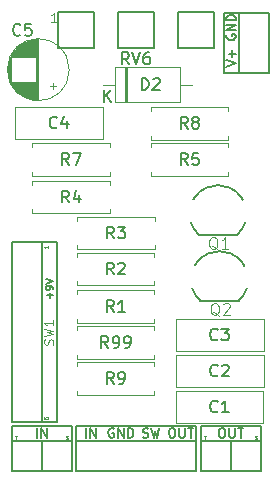
<source format=gbr>
%TF.GenerationSoftware,KiCad,Pcbnew,(5.99.0-2858-ga3fc028c9)*%
%TF.CreationDate,2020-08-19T12:09:39+03:00*%
%TF.ProjectId,leo-fuzz-box,6c656f2d-6675-47a7-9a2d-626f782e6b69,rev?*%
%TF.SameCoordinates,Original*%
%TF.FileFunction,Legend,Top*%
%TF.FilePolarity,Positive*%
%FSLAX46Y46*%
G04 Gerber Fmt 4.6, Leading zero omitted, Abs format (unit mm)*
G04 Created by KiCad (PCBNEW (5.99.0-2858-ga3fc028c9)) date 2020-08-19 12:09:39*
%MOMM*%
%LPD*%
G01*
G04 APERTURE LIST*
%ADD10C,0.150000*%
%ADD11C,0.100000*%
%ADD12C,0.065024*%
%ADD13C,0.032512*%
%ADD14C,0.097536*%
%ADD15C,0.020320*%
%ADD16C,0.120000*%
%ADD17C,0.152400*%
%ADD18C,0.127000*%
%ADD19O,2.200000X2.200000*%
%ADD20R,2.200000X2.200000*%
%ADD21C,1.600000*%
%ADD22R,1.600000X1.600000*%
%ADD23O,1.930400X1.930400*%
%ADD24R,1.930400X1.930400*%
%ADD25O,2.032000X2.032000*%
%ADD26R,2.032000X2.032000*%
%ADD27O,2.540000X2.540000*%
%ADD28R,2.540000X2.540000*%
%ADD29O,1.600000X1.600000*%
%ADD30C,1.800000*%
%ADD31R,1.800000X1.800000*%
G04 APERTURE END LIST*
D10*
X92194057Y-62137828D02*
X92194057Y-61680685D01*
X92422628Y-61909257D02*
X91965485Y-61909257D01*
X92422628Y-61366400D02*
X92422628Y-61252114D01*
X92394057Y-61194971D01*
X92365485Y-61166400D01*
X92279771Y-61109257D01*
X92165485Y-61080685D01*
X91936914Y-61080685D01*
X91879771Y-61109257D01*
X91851200Y-61137828D01*
X91822628Y-61194971D01*
X91822628Y-61309257D01*
X91851200Y-61366400D01*
X91879771Y-61394971D01*
X91936914Y-61423542D01*
X92079771Y-61423542D01*
X92136914Y-61394971D01*
X92165485Y-61366400D01*
X92194057Y-61309257D01*
X92194057Y-61194971D01*
X92165485Y-61137828D01*
X92136914Y-61109257D01*
X92079771Y-61080685D01*
X91822628Y-60909257D02*
X92422628Y-60709257D01*
X91822628Y-60509257D01*
%TO.C,D2*%
X99972904Y-44521380D02*
X99972904Y-43521380D01*
X100211000Y-43521380D01*
X100353857Y-43569000D01*
X100449095Y-43664238D01*
X100496714Y-43759476D01*
X100544333Y-43949952D01*
X100544333Y-44092809D01*
X100496714Y-44283285D01*
X100449095Y-44378523D01*
X100353857Y-44473761D01*
X100211000Y-44521380D01*
X99972904Y-44521380D01*
X100925285Y-43616619D02*
X100972904Y-43569000D01*
X101068142Y-43521380D01*
X101306238Y-43521380D01*
X101401476Y-43569000D01*
X101449095Y-43616619D01*
X101496714Y-43711857D01*
X101496714Y-43807095D01*
X101449095Y-43949952D01*
X100877666Y-44521380D01*
X101496714Y-44521380D01*
X96766095Y-45537380D02*
X96766095Y-44537380D01*
X97337523Y-45537380D02*
X96908952Y-44965952D01*
X97337523Y-44537380D02*
X96766095Y-45108809D01*
%TO.C,C5*%
X89698533Y-39828742D02*
X89650914Y-39876361D01*
X89508057Y-39923980D01*
X89412819Y-39923980D01*
X89269961Y-39876361D01*
X89174723Y-39781123D01*
X89127104Y-39685885D01*
X89079485Y-39495409D01*
X89079485Y-39352552D01*
X89127104Y-39162076D01*
X89174723Y-39066838D01*
X89269961Y-38971600D01*
X89412819Y-38923980D01*
X89508057Y-38923980D01*
X89650914Y-38971600D01*
X89698533Y-39019219D01*
X90603295Y-38923980D02*
X90127104Y-38923980D01*
X90079485Y-39400171D01*
X90127104Y-39352552D01*
X90222342Y-39304933D01*
X90460438Y-39304933D01*
X90555676Y-39352552D01*
X90603295Y-39400171D01*
X90650914Y-39495409D01*
X90650914Y-39733504D01*
X90603295Y-39828742D01*
X90555676Y-39876361D01*
X90460438Y-39923980D01*
X90222342Y-39923980D01*
X90127104Y-39876361D01*
X90079485Y-39828742D01*
%TO.C,C4*%
X92782733Y-47677342D02*
X92735114Y-47724961D01*
X92592257Y-47772580D01*
X92497019Y-47772580D01*
X92354161Y-47724961D01*
X92258923Y-47629723D01*
X92211304Y-47534485D01*
X92163685Y-47344009D01*
X92163685Y-47201152D01*
X92211304Y-47010676D01*
X92258923Y-46915438D01*
X92354161Y-46820200D01*
X92497019Y-46772580D01*
X92592257Y-46772580D01*
X92735114Y-46820200D01*
X92782733Y-46867819D01*
X93639876Y-47105914D02*
X93639876Y-47772580D01*
X93401780Y-46724961D02*
X93163685Y-47439247D01*
X93782733Y-47439247D01*
D11*
%TO.C,Q2*%
X106535761Y-63658619D02*
X106440523Y-63611000D01*
X106345285Y-63515761D01*
X106202428Y-63372904D01*
X106107190Y-63325285D01*
X106011952Y-63325285D01*
X106059571Y-63563380D02*
X105964333Y-63515761D01*
X105869095Y-63420523D01*
X105821476Y-63230047D01*
X105821476Y-62896714D01*
X105869095Y-62706238D01*
X105964333Y-62611000D01*
X106059571Y-62563380D01*
X106250047Y-62563380D01*
X106345285Y-62611000D01*
X106440523Y-62706238D01*
X106488142Y-62896714D01*
X106488142Y-63230047D01*
X106440523Y-63420523D01*
X106345285Y-63515761D01*
X106250047Y-63563380D01*
X106059571Y-63563380D01*
X106869095Y-62658619D02*
X106916714Y-62611000D01*
X107011952Y-62563380D01*
X107250047Y-62563380D01*
X107345285Y-62611000D01*
X107392904Y-62658619D01*
X107440523Y-62753857D01*
X107440523Y-62849095D01*
X107392904Y-62991952D01*
X106821476Y-63563380D01*
X107440523Y-63563380D01*
%TO.C,Q1*%
X106408761Y-58070619D02*
X106313523Y-58023000D01*
X106218285Y-57927761D01*
X106075428Y-57784904D01*
X105980190Y-57737285D01*
X105884952Y-57737285D01*
X105932571Y-57975380D02*
X105837333Y-57927761D01*
X105742095Y-57832523D01*
X105694476Y-57642047D01*
X105694476Y-57308714D01*
X105742095Y-57118238D01*
X105837333Y-57023000D01*
X105932571Y-56975380D01*
X106123047Y-56975380D01*
X106218285Y-57023000D01*
X106313523Y-57118238D01*
X106361142Y-57308714D01*
X106361142Y-57642047D01*
X106313523Y-57832523D01*
X106218285Y-57927761D01*
X106123047Y-57975380D01*
X105932571Y-57975380D01*
X107313523Y-57975380D02*
X106742095Y-57975380D01*
X107027809Y-57975380D02*
X107027809Y-56975380D01*
X106932571Y-57118238D01*
X106837333Y-57213476D01*
X106742095Y-57261095D01*
D12*
%TO.C,SW1*%
X92438340Y-66078946D02*
X92475110Y-65968638D01*
X92475110Y-65784790D01*
X92438340Y-65711251D01*
X92401571Y-65674481D01*
X92328032Y-65637712D01*
X92254493Y-65637712D01*
X92180954Y-65674481D01*
X92144184Y-65711251D01*
X92107415Y-65784790D01*
X92070645Y-65931868D01*
X92033876Y-66005407D01*
X91997106Y-66042177D01*
X91923567Y-66078946D01*
X91850028Y-66078946D01*
X91776489Y-66042177D01*
X91739720Y-66005407D01*
X91702950Y-65931868D01*
X91702950Y-65748020D01*
X91739720Y-65637712D01*
X91702950Y-65380325D02*
X92475110Y-65196478D01*
X91923567Y-65049400D01*
X92475110Y-64902321D01*
X91702950Y-64718474D01*
X92475110Y-64019853D02*
X92475110Y-64461087D01*
X92475110Y-64240470D02*
X91702950Y-64240470D01*
X91813259Y-64314009D01*
X91886798Y-64387548D01*
X91923567Y-64461087D01*
D13*
X91660375Y-72214860D02*
X91660375Y-72288400D01*
X91678760Y-72325169D01*
X91697144Y-72343554D01*
X91752299Y-72380323D01*
X91825838Y-72398708D01*
X91972916Y-72398708D01*
X92009685Y-72380323D01*
X92028070Y-72361939D01*
X92046455Y-72325169D01*
X92046455Y-72251630D01*
X92028070Y-72214860D01*
X92009685Y-72196476D01*
X91972916Y-72178091D01*
X91880992Y-72178091D01*
X91844222Y-72196476D01*
X91825838Y-72214860D01*
X91807453Y-72251630D01*
X91807453Y-72325169D01*
X91825838Y-72361939D01*
X91844222Y-72380323D01*
X91880992Y-72398708D01*
X92046455Y-57700091D02*
X92046455Y-57920708D01*
X92046455Y-57810400D02*
X91660375Y-57810400D01*
X91715529Y-57847169D01*
X91752299Y-57883939D01*
X91770683Y-57920708D01*
D10*
%TO.C,RV6*%
X98871161Y-42336980D02*
X98537828Y-41860790D01*
X98299733Y-42336980D02*
X98299733Y-41336980D01*
X98680685Y-41336980D01*
X98775923Y-41384600D01*
X98823542Y-41432219D01*
X98871161Y-41527457D01*
X98871161Y-41670314D01*
X98823542Y-41765552D01*
X98775923Y-41813171D01*
X98680685Y-41860790D01*
X98299733Y-41860790D01*
X99156876Y-41336980D02*
X99490209Y-42336980D01*
X99823542Y-41336980D01*
X100585447Y-41336980D02*
X100394971Y-41336980D01*
X100299733Y-41384600D01*
X100252114Y-41432219D01*
X100156876Y-41575076D01*
X100109257Y-41765552D01*
X100109257Y-42146504D01*
X100156876Y-42241742D01*
X100204495Y-42289361D01*
X100299733Y-42336980D01*
X100490209Y-42336980D01*
X100585447Y-42289361D01*
X100633066Y-42241742D01*
X100680685Y-42146504D01*
X100680685Y-41908409D01*
X100633066Y-41813171D01*
X100585447Y-41765552D01*
X100490209Y-41717933D01*
X100299733Y-41717933D01*
X100204495Y-41765552D01*
X100156876Y-41813171D01*
X100109257Y-41908409D01*
D14*
X92727417Y-38754110D02*
X92286182Y-38754110D01*
X92506800Y-38754110D02*
X92506800Y-37981950D01*
X92433260Y-38092259D01*
X92359721Y-38165798D01*
X92286182Y-38202567D01*
D10*
%TO.C,R99*%
X97121742Y-66365380D02*
X96788409Y-65889190D01*
X96550314Y-66365380D02*
X96550314Y-65365380D01*
X96931266Y-65365380D01*
X97026504Y-65413000D01*
X97074123Y-65460619D01*
X97121742Y-65555857D01*
X97121742Y-65698714D01*
X97074123Y-65793952D01*
X97026504Y-65841571D01*
X96931266Y-65889190D01*
X96550314Y-65889190D01*
X97597933Y-66365380D02*
X97788409Y-66365380D01*
X97883647Y-66317761D01*
X97931266Y-66270142D01*
X98026504Y-66127285D01*
X98074123Y-65936809D01*
X98074123Y-65555857D01*
X98026504Y-65460619D01*
X97978885Y-65413000D01*
X97883647Y-65365380D01*
X97693171Y-65365380D01*
X97597933Y-65413000D01*
X97550314Y-65460619D01*
X97502695Y-65555857D01*
X97502695Y-65793952D01*
X97550314Y-65889190D01*
X97597933Y-65936809D01*
X97693171Y-65984428D01*
X97883647Y-65984428D01*
X97978885Y-65936809D01*
X98026504Y-65889190D01*
X98074123Y-65793952D01*
X98550314Y-66365380D02*
X98740790Y-66365380D01*
X98836028Y-66317761D01*
X98883647Y-66270142D01*
X98978885Y-66127285D01*
X99026504Y-65936809D01*
X99026504Y-65555857D01*
X98978885Y-65460619D01*
X98931266Y-65413000D01*
X98836028Y-65365380D01*
X98645552Y-65365380D01*
X98550314Y-65413000D01*
X98502695Y-65460619D01*
X98455076Y-65555857D01*
X98455076Y-65793952D01*
X98502695Y-65889190D01*
X98550314Y-65936809D01*
X98645552Y-65984428D01*
X98836028Y-65984428D01*
X98931266Y-65936809D01*
X98978885Y-65889190D01*
X99026504Y-65793952D01*
%TO.C,R9*%
X97597933Y-69413380D02*
X97264600Y-68937190D01*
X97026504Y-69413380D02*
X97026504Y-68413380D01*
X97407457Y-68413380D01*
X97502695Y-68461000D01*
X97550314Y-68508619D01*
X97597933Y-68603857D01*
X97597933Y-68746714D01*
X97550314Y-68841952D01*
X97502695Y-68889571D01*
X97407457Y-68937190D01*
X97026504Y-68937190D01*
X98074123Y-69413380D02*
X98264600Y-69413380D01*
X98359838Y-69365761D01*
X98407457Y-69318142D01*
X98502695Y-69175285D01*
X98550314Y-68984809D01*
X98550314Y-68603857D01*
X98502695Y-68508619D01*
X98455076Y-68461000D01*
X98359838Y-68413380D01*
X98169361Y-68413380D01*
X98074123Y-68461000D01*
X98026504Y-68508619D01*
X97978885Y-68603857D01*
X97978885Y-68841952D01*
X98026504Y-68937190D01*
X98074123Y-68984809D01*
X98169361Y-69032428D01*
X98359838Y-69032428D01*
X98455076Y-68984809D01*
X98502695Y-68937190D01*
X98550314Y-68841952D01*
%TO.C,R8*%
X103846333Y-47797980D02*
X103513000Y-47321790D01*
X103274904Y-47797980D02*
X103274904Y-46797980D01*
X103655857Y-46797980D01*
X103751095Y-46845600D01*
X103798714Y-46893219D01*
X103846333Y-46988457D01*
X103846333Y-47131314D01*
X103798714Y-47226552D01*
X103751095Y-47274171D01*
X103655857Y-47321790D01*
X103274904Y-47321790D01*
X104417761Y-47226552D02*
X104322523Y-47178933D01*
X104274904Y-47131314D01*
X104227285Y-47036076D01*
X104227285Y-46988457D01*
X104274904Y-46893219D01*
X104322523Y-46845600D01*
X104417761Y-46797980D01*
X104608238Y-46797980D01*
X104703476Y-46845600D01*
X104751095Y-46893219D01*
X104798714Y-46988457D01*
X104798714Y-47036076D01*
X104751095Y-47131314D01*
X104703476Y-47178933D01*
X104608238Y-47226552D01*
X104417761Y-47226552D01*
X104322523Y-47274171D01*
X104274904Y-47321790D01*
X104227285Y-47417028D01*
X104227285Y-47607504D01*
X104274904Y-47702742D01*
X104322523Y-47750361D01*
X104417761Y-47797980D01*
X104608238Y-47797980D01*
X104703476Y-47750361D01*
X104751095Y-47702742D01*
X104798714Y-47607504D01*
X104798714Y-47417028D01*
X104751095Y-47321790D01*
X104703476Y-47274171D01*
X104608238Y-47226552D01*
%TO.C,R7*%
X93813333Y-50871380D02*
X93480000Y-50395190D01*
X93241904Y-50871380D02*
X93241904Y-49871380D01*
X93622857Y-49871380D01*
X93718095Y-49919000D01*
X93765714Y-49966619D01*
X93813333Y-50061857D01*
X93813333Y-50204714D01*
X93765714Y-50299952D01*
X93718095Y-50347571D01*
X93622857Y-50395190D01*
X93241904Y-50395190D01*
X94146666Y-49871380D02*
X94813333Y-49871380D01*
X94384761Y-50871380D01*
%TO.C,R5*%
X103846333Y-50871380D02*
X103513000Y-50395190D01*
X103274904Y-50871380D02*
X103274904Y-49871380D01*
X103655857Y-49871380D01*
X103751095Y-49919000D01*
X103798714Y-49966619D01*
X103846333Y-50061857D01*
X103846333Y-50204714D01*
X103798714Y-50299952D01*
X103751095Y-50347571D01*
X103655857Y-50395190D01*
X103274904Y-50395190D01*
X104751095Y-49871380D02*
X104274904Y-49871380D01*
X104227285Y-50347571D01*
X104274904Y-50299952D01*
X104370142Y-50252333D01*
X104608238Y-50252333D01*
X104703476Y-50299952D01*
X104751095Y-50347571D01*
X104798714Y-50442809D01*
X104798714Y-50680904D01*
X104751095Y-50776142D01*
X104703476Y-50823761D01*
X104608238Y-50871380D01*
X104370142Y-50871380D01*
X104274904Y-50823761D01*
X104227285Y-50776142D01*
%TO.C,R4*%
X93813333Y-54046380D02*
X93480000Y-53570190D01*
X93241904Y-54046380D02*
X93241904Y-53046380D01*
X93622857Y-53046380D01*
X93718095Y-53094000D01*
X93765714Y-53141619D01*
X93813333Y-53236857D01*
X93813333Y-53379714D01*
X93765714Y-53474952D01*
X93718095Y-53522571D01*
X93622857Y-53570190D01*
X93241904Y-53570190D01*
X94670476Y-53379714D02*
X94670476Y-54046380D01*
X94432380Y-52998761D02*
X94194285Y-53713047D01*
X94813333Y-53713047D01*
%TO.C,R3*%
X97623333Y-57094380D02*
X97290000Y-56618190D01*
X97051904Y-57094380D02*
X97051904Y-56094380D01*
X97432857Y-56094380D01*
X97528095Y-56142000D01*
X97575714Y-56189619D01*
X97623333Y-56284857D01*
X97623333Y-56427714D01*
X97575714Y-56522952D01*
X97528095Y-56570571D01*
X97432857Y-56618190D01*
X97051904Y-56618190D01*
X97956666Y-56094380D02*
X98575714Y-56094380D01*
X98242380Y-56475333D01*
X98385238Y-56475333D01*
X98480476Y-56522952D01*
X98528095Y-56570571D01*
X98575714Y-56665809D01*
X98575714Y-56903904D01*
X98528095Y-56999142D01*
X98480476Y-57046761D01*
X98385238Y-57094380D01*
X98099523Y-57094380D01*
X98004285Y-57046761D01*
X97956666Y-56999142D01*
%TO.C,R2*%
X97597933Y-60142380D02*
X97264600Y-59666190D01*
X97026504Y-60142380D02*
X97026504Y-59142380D01*
X97407457Y-59142380D01*
X97502695Y-59190000D01*
X97550314Y-59237619D01*
X97597933Y-59332857D01*
X97597933Y-59475714D01*
X97550314Y-59570952D01*
X97502695Y-59618571D01*
X97407457Y-59666190D01*
X97026504Y-59666190D01*
X97978885Y-59237619D02*
X98026504Y-59190000D01*
X98121742Y-59142380D01*
X98359838Y-59142380D01*
X98455076Y-59190000D01*
X98502695Y-59237619D01*
X98550314Y-59332857D01*
X98550314Y-59428095D01*
X98502695Y-59570952D01*
X97931266Y-60142380D01*
X98550314Y-60142380D01*
%TO.C,R1*%
X97597933Y-63317380D02*
X97264600Y-62841190D01*
X97026504Y-63317380D02*
X97026504Y-62317380D01*
X97407457Y-62317380D01*
X97502695Y-62365000D01*
X97550314Y-62412619D01*
X97597933Y-62507857D01*
X97597933Y-62650714D01*
X97550314Y-62745952D01*
X97502695Y-62793571D01*
X97407457Y-62841190D01*
X97026504Y-62841190D01*
X98550314Y-63317380D02*
X97978885Y-63317380D01*
X98264600Y-63317380D02*
X98264600Y-62317380D01*
X98169361Y-62460238D01*
X98074123Y-62555476D01*
X97978885Y-62603095D01*
%TO.C,J4*%
X107169000Y-39852523D02*
X107130904Y-39928714D01*
X107130904Y-40043000D01*
X107169000Y-40157285D01*
X107245190Y-40233476D01*
X107321380Y-40271571D01*
X107473761Y-40309666D01*
X107588047Y-40309666D01*
X107740428Y-40271571D01*
X107816619Y-40233476D01*
X107892809Y-40157285D01*
X107930904Y-40043000D01*
X107930904Y-39966809D01*
X107892809Y-39852523D01*
X107854714Y-39814428D01*
X107588047Y-39814428D01*
X107588047Y-39966809D01*
X107930904Y-39471571D02*
X107130904Y-39471571D01*
X107930904Y-39014428D01*
X107130904Y-39014428D01*
X107930904Y-38633476D02*
X107130904Y-38633476D01*
X107130904Y-38443000D01*
X107169000Y-38328714D01*
X107245190Y-38252523D01*
X107321380Y-38214428D01*
X107473761Y-38176333D01*
X107588047Y-38176333D01*
X107740428Y-38214428D01*
X107816619Y-38252523D01*
X107892809Y-38328714D01*
X107930904Y-38443000D01*
X107930904Y-38633476D01*
X107130904Y-42544904D02*
X107930904Y-42278238D01*
X107130904Y-42011571D01*
X107626142Y-41744904D02*
X107626142Y-41135380D01*
X107930904Y-41440142D02*
X107321380Y-41440142D01*
%TO.C,J3*%
X106692800Y-73145704D02*
X106845180Y-73145704D01*
X106921371Y-73183800D01*
X106997561Y-73259990D01*
X107035657Y-73412371D01*
X107035657Y-73679038D01*
X106997561Y-73831419D01*
X106921371Y-73907609D01*
X106845180Y-73945704D01*
X106692800Y-73945704D01*
X106616609Y-73907609D01*
X106540419Y-73831419D01*
X106502323Y-73679038D01*
X106502323Y-73412371D01*
X106540419Y-73259990D01*
X106616609Y-73183800D01*
X106692800Y-73145704D01*
X107378514Y-73145704D02*
X107378514Y-73793323D01*
X107416609Y-73869514D01*
X107454704Y-73907609D01*
X107530895Y-73945704D01*
X107683276Y-73945704D01*
X107759466Y-73907609D01*
X107797561Y-73869514D01*
X107835657Y-73793323D01*
X107835657Y-73145704D01*
X108102323Y-73145704D02*
X108559466Y-73145704D01*
X108330895Y-73945704D02*
X108330895Y-73145704D01*
D15*
X105264857Y-73832659D02*
X105402742Y-73832659D01*
X105333800Y-74073959D02*
X105333800Y-73832659D01*
X109582857Y-74062469D02*
X109617328Y-74073959D01*
X109674780Y-74073959D01*
X109697761Y-74062469D01*
X109709252Y-74050978D01*
X109720742Y-74027997D01*
X109720742Y-74005016D01*
X109709252Y-73982035D01*
X109697761Y-73970545D01*
X109674780Y-73959054D01*
X109628819Y-73947564D01*
X109605838Y-73936073D01*
X109594347Y-73924583D01*
X109582857Y-73901602D01*
X109582857Y-73878621D01*
X109594347Y-73855640D01*
X109605838Y-73844150D01*
X109628819Y-73832659D01*
X109686271Y-73832659D01*
X109720742Y-73844150D01*
D10*
%TO.C,J2*%
X102476400Y-73145704D02*
X102628780Y-73145704D01*
X102704971Y-73183800D01*
X102781161Y-73259990D01*
X102819257Y-73412371D01*
X102819257Y-73679038D01*
X102781161Y-73831419D01*
X102704971Y-73907609D01*
X102628780Y-73945704D01*
X102476400Y-73945704D01*
X102400209Y-73907609D01*
X102324019Y-73831419D01*
X102285923Y-73679038D01*
X102285923Y-73412371D01*
X102324019Y-73259990D01*
X102400209Y-73183800D01*
X102476400Y-73145704D01*
X103162114Y-73145704D02*
X103162114Y-73793323D01*
X103200209Y-73869514D01*
X103238304Y-73907609D01*
X103314495Y-73945704D01*
X103466876Y-73945704D01*
X103543066Y-73907609D01*
X103581161Y-73869514D01*
X103619257Y-73793323D01*
X103619257Y-73145704D01*
X103885923Y-73145704D02*
X104343066Y-73145704D01*
X104114495Y-73945704D02*
X104114495Y-73145704D01*
X100050685Y-73907609D02*
X100164971Y-73945704D01*
X100355447Y-73945704D01*
X100431638Y-73907609D01*
X100469733Y-73869514D01*
X100507828Y-73793323D01*
X100507828Y-73717133D01*
X100469733Y-73640942D01*
X100431638Y-73602847D01*
X100355447Y-73564752D01*
X100203066Y-73526657D01*
X100126876Y-73488561D01*
X100088780Y-73450466D01*
X100050685Y-73374276D01*
X100050685Y-73298085D01*
X100088780Y-73221895D01*
X100126876Y-73183800D01*
X100203066Y-73145704D01*
X100393542Y-73145704D01*
X100507828Y-73183800D01*
X100774495Y-73145704D02*
X100964971Y-73945704D01*
X101117352Y-73374276D01*
X101269733Y-73945704D01*
X101460209Y-73145704D01*
X97586876Y-73183800D02*
X97510685Y-73145704D01*
X97396400Y-73145704D01*
X97282114Y-73183800D01*
X97205923Y-73259990D01*
X97167828Y-73336180D01*
X97129733Y-73488561D01*
X97129733Y-73602847D01*
X97167828Y-73755228D01*
X97205923Y-73831419D01*
X97282114Y-73907609D01*
X97396400Y-73945704D01*
X97472590Y-73945704D01*
X97586876Y-73907609D01*
X97624971Y-73869514D01*
X97624971Y-73602847D01*
X97472590Y-73602847D01*
X97967828Y-73945704D02*
X97967828Y-73145704D01*
X98424971Y-73945704D01*
X98424971Y-73145704D01*
X98805923Y-73945704D02*
X98805923Y-73145704D01*
X98996400Y-73145704D01*
X99110685Y-73183800D01*
X99186876Y-73259990D01*
X99224971Y-73336180D01*
X99263066Y-73488561D01*
X99263066Y-73602847D01*
X99224971Y-73755228D01*
X99186876Y-73831419D01*
X99110685Y-73907609D01*
X98996400Y-73945704D01*
X98805923Y-73945704D01*
X95237352Y-73945704D02*
X95237352Y-73145704D01*
X95618304Y-73945704D02*
X95618304Y-73145704D01*
X96075447Y-73945704D01*
X96075447Y-73145704D01*
%TO.C,J1*%
X91071752Y-73945704D02*
X91071752Y-73145704D01*
X91452704Y-73945704D02*
X91452704Y-73145704D01*
X91909847Y-73945704D01*
X91909847Y-73145704D01*
D15*
X89262857Y-73832659D02*
X89400742Y-73832659D01*
X89331800Y-74073959D02*
X89331800Y-73832659D01*
X93580857Y-74062469D02*
X93615328Y-74073959D01*
X93672780Y-74073959D01*
X93695761Y-74062469D01*
X93707252Y-74050978D01*
X93718742Y-74027997D01*
X93718742Y-74005016D01*
X93707252Y-73982035D01*
X93695761Y-73970545D01*
X93672780Y-73959054D01*
X93626819Y-73947564D01*
X93603838Y-73936073D01*
X93592347Y-73924583D01*
X93580857Y-73901602D01*
X93580857Y-73878621D01*
X93592347Y-73855640D01*
X93603838Y-73844150D01*
X93626819Y-73832659D01*
X93684271Y-73832659D01*
X93718742Y-73844150D01*
D10*
%TO.C,C3*%
X106386333Y-65635142D02*
X106338714Y-65682761D01*
X106195857Y-65730380D01*
X106100619Y-65730380D01*
X105957761Y-65682761D01*
X105862523Y-65587523D01*
X105814904Y-65492285D01*
X105767285Y-65301809D01*
X105767285Y-65158952D01*
X105814904Y-64968476D01*
X105862523Y-64873238D01*
X105957761Y-64778000D01*
X106100619Y-64730380D01*
X106195857Y-64730380D01*
X106338714Y-64778000D01*
X106386333Y-64825619D01*
X106719666Y-64730380D02*
X107338714Y-64730380D01*
X107005380Y-65111333D01*
X107148238Y-65111333D01*
X107243476Y-65158952D01*
X107291095Y-65206571D01*
X107338714Y-65301809D01*
X107338714Y-65539904D01*
X107291095Y-65635142D01*
X107243476Y-65682761D01*
X107148238Y-65730380D01*
X106862523Y-65730380D01*
X106767285Y-65682761D01*
X106719666Y-65635142D01*
%TO.C,C2*%
X106397133Y-68683142D02*
X106349514Y-68730761D01*
X106206657Y-68778380D01*
X106111419Y-68778380D01*
X105968561Y-68730761D01*
X105873323Y-68635523D01*
X105825704Y-68540285D01*
X105778085Y-68349809D01*
X105778085Y-68206952D01*
X105825704Y-68016476D01*
X105873323Y-67921238D01*
X105968561Y-67826000D01*
X106111419Y-67778380D01*
X106206657Y-67778380D01*
X106349514Y-67826000D01*
X106397133Y-67873619D01*
X106778085Y-67873619D02*
X106825704Y-67826000D01*
X106920942Y-67778380D01*
X107159038Y-67778380D01*
X107254276Y-67826000D01*
X107301895Y-67873619D01*
X107349514Y-67968857D01*
X107349514Y-68064095D01*
X107301895Y-68206952D01*
X106730466Y-68778380D01*
X107349514Y-68778380D01*
%TO.C,C1*%
X106390133Y-71731142D02*
X106342514Y-71778761D01*
X106199657Y-71826380D01*
X106104419Y-71826380D01*
X105961561Y-71778761D01*
X105866323Y-71683523D01*
X105818704Y-71588285D01*
X105771085Y-71397809D01*
X105771085Y-71254952D01*
X105818704Y-71064476D01*
X105866323Y-70969238D01*
X105961561Y-70874000D01*
X106104419Y-70826380D01*
X106199657Y-70826380D01*
X106342514Y-70874000D01*
X106390133Y-70921619D01*
X107342514Y-71826380D02*
X106771085Y-71826380D01*
X107056800Y-71826380D02*
X107056800Y-70826380D01*
X106961561Y-70969238D01*
X106866323Y-71064476D01*
X106771085Y-71112095D01*
D16*
%TO.C,D2*%
X98517000Y-42599000D02*
X98517000Y-45539000D01*
X98757000Y-42599000D02*
X98757000Y-45539000D01*
X98637000Y-42599000D02*
X98637000Y-45539000D01*
X104197000Y-44069000D02*
X103177000Y-44069000D01*
X96717000Y-44069000D02*
X97737000Y-44069000D01*
X103177000Y-42599000D02*
X97737000Y-42599000D01*
X103177000Y-45539000D02*
X103177000Y-42599000D01*
X97737000Y-45539000D02*
X103177000Y-45539000D01*
X97737000Y-42599000D02*
X97737000Y-45539000D01*
%TO.C,C5*%
X92456000Y-44446000D02*
X92456000Y-43946000D01*
X92706000Y-44196000D02*
X92206000Y-44196000D01*
X88605000Y-43083000D02*
X88605000Y-42515000D01*
X88645000Y-43317000D02*
X88645000Y-42281000D01*
X88685000Y-43476000D02*
X88685000Y-42122000D01*
X88725000Y-43604000D02*
X88725000Y-41994000D01*
X88765000Y-43714000D02*
X88765000Y-41884000D01*
X88805000Y-43810000D02*
X88805000Y-41788000D01*
X88845000Y-43897000D02*
X88845000Y-41701000D01*
X88885000Y-43977000D02*
X88885000Y-41621000D01*
X88925000Y-41759000D02*
X88925000Y-41548000D01*
X88925000Y-44050000D02*
X88925000Y-43839000D01*
X88965000Y-41759000D02*
X88965000Y-41480000D01*
X88965000Y-44118000D02*
X88965000Y-43839000D01*
X89005000Y-41759000D02*
X89005000Y-41416000D01*
X89005000Y-44182000D02*
X89005000Y-43839000D01*
X89045000Y-41759000D02*
X89045000Y-41356000D01*
X89045000Y-44242000D02*
X89045000Y-43839000D01*
X89085000Y-41759000D02*
X89085000Y-41299000D01*
X89085000Y-44299000D02*
X89085000Y-43839000D01*
X89125000Y-41759000D02*
X89125000Y-41245000D01*
X89125000Y-44353000D02*
X89125000Y-43839000D01*
X89165000Y-41759000D02*
X89165000Y-41194000D01*
X89165000Y-44404000D02*
X89165000Y-43839000D01*
X89205000Y-41759000D02*
X89205000Y-41146000D01*
X89205000Y-44452000D02*
X89205000Y-43839000D01*
X89245000Y-41759000D02*
X89245000Y-41100000D01*
X89245000Y-44498000D02*
X89245000Y-43839000D01*
X89285000Y-41759000D02*
X89285000Y-41056000D01*
X89285000Y-44542000D02*
X89285000Y-43839000D01*
X89325000Y-41759000D02*
X89325000Y-41014000D01*
X89325000Y-44584000D02*
X89325000Y-43839000D01*
X89365000Y-41759000D02*
X89365000Y-40973000D01*
X89365000Y-44625000D02*
X89365000Y-43839000D01*
X89405000Y-41759000D02*
X89405000Y-40935000D01*
X89405000Y-44663000D02*
X89405000Y-43839000D01*
X89445000Y-41759000D02*
X89445000Y-40898000D01*
X89445000Y-44700000D02*
X89445000Y-43839000D01*
X89485000Y-41759000D02*
X89485000Y-40862000D01*
X89485000Y-44736000D02*
X89485000Y-43839000D01*
X89525000Y-41759000D02*
X89525000Y-40828000D01*
X89525000Y-44770000D02*
X89525000Y-43839000D01*
X89565000Y-41759000D02*
X89565000Y-40795000D01*
X89565000Y-44803000D02*
X89565000Y-43839000D01*
X89605000Y-41759000D02*
X89605000Y-40764000D01*
X89605000Y-44834000D02*
X89605000Y-43839000D01*
X89645000Y-41759000D02*
X89645000Y-40734000D01*
X89645000Y-44864000D02*
X89645000Y-43839000D01*
X89685000Y-41759000D02*
X89685000Y-40704000D01*
X89685000Y-44894000D02*
X89685000Y-43839000D01*
X89725000Y-41759000D02*
X89725000Y-40677000D01*
X89725000Y-44921000D02*
X89725000Y-43839000D01*
X89765000Y-41759000D02*
X89765000Y-40650000D01*
X89765000Y-44948000D02*
X89765000Y-43839000D01*
X89805000Y-41759000D02*
X89805000Y-40624000D01*
X89805000Y-44974000D02*
X89805000Y-43839000D01*
X89845000Y-41759000D02*
X89845000Y-40599000D01*
X89845000Y-44999000D02*
X89845000Y-43839000D01*
X89885000Y-41759000D02*
X89885000Y-40575000D01*
X89885000Y-45023000D02*
X89885000Y-43839000D01*
X89925000Y-41759000D02*
X89925000Y-40552000D01*
X89925000Y-45046000D02*
X89925000Y-43839000D01*
X89965000Y-41759000D02*
X89965000Y-40531000D01*
X89965000Y-45067000D02*
X89965000Y-43839000D01*
X90005000Y-41759000D02*
X90005000Y-40509000D01*
X90005000Y-45089000D02*
X90005000Y-43839000D01*
X90045000Y-41759000D02*
X90045000Y-40489000D01*
X90045000Y-45109000D02*
X90045000Y-43839000D01*
X90085000Y-41759000D02*
X90085000Y-40470000D01*
X90085000Y-45128000D02*
X90085000Y-43839000D01*
X90125000Y-41759000D02*
X90125000Y-40451000D01*
X90125000Y-45147000D02*
X90125000Y-43839000D01*
X90165000Y-41759000D02*
X90165000Y-40434000D01*
X90165000Y-45164000D02*
X90165000Y-43839000D01*
X90205000Y-41759000D02*
X90205000Y-40417000D01*
X90205000Y-45181000D02*
X90205000Y-43839000D01*
X90245000Y-41759000D02*
X90245000Y-40401000D01*
X90245000Y-45197000D02*
X90245000Y-43839000D01*
X90285000Y-41759000D02*
X90285000Y-40385000D01*
X90285000Y-45213000D02*
X90285000Y-43839000D01*
X90325000Y-41759000D02*
X90325000Y-40371000D01*
X90325000Y-45227000D02*
X90325000Y-43839000D01*
X90365000Y-41759000D02*
X90365000Y-40357000D01*
X90365000Y-45241000D02*
X90365000Y-43839000D01*
X90405000Y-41759000D02*
X90405000Y-40344000D01*
X90405000Y-45254000D02*
X90405000Y-43839000D01*
X90445000Y-41759000D02*
X90445000Y-40331000D01*
X90445000Y-45267000D02*
X90445000Y-43839000D01*
X90485000Y-41759000D02*
X90485000Y-40319000D01*
X90485000Y-45279000D02*
X90485000Y-43839000D01*
X90526000Y-41759000D02*
X90526000Y-40308000D01*
X90526000Y-45290000D02*
X90526000Y-43839000D01*
X90566000Y-41759000D02*
X90566000Y-40298000D01*
X90566000Y-45300000D02*
X90566000Y-43839000D01*
X90606000Y-41759000D02*
X90606000Y-40288000D01*
X90606000Y-45310000D02*
X90606000Y-43839000D01*
X90646000Y-41759000D02*
X90646000Y-40279000D01*
X90646000Y-45319000D02*
X90646000Y-43839000D01*
X90686000Y-41759000D02*
X90686000Y-40271000D01*
X90686000Y-45327000D02*
X90686000Y-43839000D01*
X90726000Y-41759000D02*
X90726000Y-40263000D01*
X90726000Y-45335000D02*
X90726000Y-43839000D01*
X90766000Y-41759000D02*
X90766000Y-40256000D01*
X90766000Y-45342000D02*
X90766000Y-43839000D01*
X90806000Y-41759000D02*
X90806000Y-40249000D01*
X90806000Y-45349000D02*
X90806000Y-43839000D01*
X90846000Y-41759000D02*
X90846000Y-40243000D01*
X90846000Y-45355000D02*
X90846000Y-43839000D01*
X90886000Y-41759000D02*
X90886000Y-40238000D01*
X90886000Y-45360000D02*
X90886000Y-43839000D01*
X90926000Y-41759000D02*
X90926000Y-40234000D01*
X90926000Y-45364000D02*
X90926000Y-43839000D01*
X90966000Y-41759000D02*
X90966000Y-40230000D01*
X90966000Y-45368000D02*
X90966000Y-43839000D01*
X91006000Y-45372000D02*
X91006000Y-40226000D01*
X91046000Y-45375000D02*
X91046000Y-40223000D01*
X91086000Y-45377000D02*
X91086000Y-40221000D01*
X91126000Y-45378000D02*
X91126000Y-40220000D01*
X91166000Y-45379000D02*
X91166000Y-40219000D01*
X91206000Y-45379000D02*
X91206000Y-40219000D01*
X93826000Y-42799000D02*
G75*
G03*
X93826000Y-42799000I-2620000J0D01*
G01*
%TO.C,C4*%
X89229400Y-45950200D02*
X96669400Y-45950200D01*
X89229400Y-48690200D02*
X96669400Y-48690200D01*
X89229400Y-45950200D02*
X89229400Y-48690200D01*
X96669400Y-45950200D02*
X96669400Y-48690200D01*
D17*
%TO.C,Q2*%
X107521900Y-58369217D02*
G75*
G03*
X105583500Y-58369217I-969200J-2209800D01*
G01*
X105583801Y-58369218D02*
G75*
G03*
X104921700Y-62357017I969199J-2209782D01*
G01*
X108183701Y-62357018D02*
G75*
G03*
X107521600Y-58369217I-1631301J1778018D01*
G01*
X104921700Y-62357017D02*
X108183700Y-62357017D01*
%TO.C,Q1*%
X107394900Y-52781217D02*
G75*
G03*
X105456500Y-52781217I-969200J-2209800D01*
G01*
X105456801Y-52781218D02*
G75*
G03*
X104794700Y-56769017I969199J-2209782D01*
G01*
X108056701Y-56769018D02*
G75*
G03*
X107394600Y-52781217I-1631301J1778018D01*
G01*
X104794700Y-56769017D02*
X108056700Y-56769017D01*
D18*
%TO.C,SW1*%
X92760800Y-72669400D02*
X91490800Y-72669400D01*
X92760800Y-57429400D02*
X92760800Y-72669400D01*
X91490800Y-57429400D02*
X92760800Y-57429400D01*
X88950800Y-57429400D02*
X91490800Y-57429400D01*
X88950800Y-72669400D02*
X88950800Y-57429400D01*
X91490800Y-72669400D02*
X88950800Y-72669400D01*
X91490800Y-57429400D02*
X91490800Y-72669400D01*
%TO.C,RV6*%
X92862400Y-37947600D02*
X92862400Y-40995600D01*
X95910400Y-37947600D02*
X92862400Y-37947600D01*
X95910400Y-40995600D02*
X95910400Y-37947600D01*
X97942400Y-37947600D02*
X97942400Y-40995600D01*
X100990400Y-37947600D02*
X97942400Y-37947600D01*
X100990400Y-40995600D02*
X100990400Y-37947600D01*
X103022400Y-37947600D02*
X103022400Y-40995600D01*
X106070400Y-37947600D02*
X103022400Y-37947600D01*
X106070400Y-40995600D02*
X106070400Y-37947600D01*
X95910400Y-40995600D02*
X92862400Y-40995600D01*
X100990400Y-40995600D02*
X97942400Y-40995600D01*
X106070400Y-40995600D02*
X103022400Y-40995600D01*
D16*
%TO.C,R99*%
X101034600Y-66953000D02*
X101034600Y-67283000D01*
X101034600Y-67283000D02*
X94494600Y-67283000D01*
X94494600Y-67283000D02*
X94494600Y-66953000D01*
X101034600Y-64873000D02*
X101034600Y-64543000D01*
X101034600Y-64543000D02*
X94494600Y-64543000D01*
X94494600Y-64543000D02*
X94494600Y-64873000D01*
%TO.C,R9*%
X94494600Y-67921000D02*
X94494600Y-67591000D01*
X94494600Y-67591000D02*
X101034600Y-67591000D01*
X101034600Y-67591000D02*
X101034600Y-67921000D01*
X94494600Y-70001000D02*
X94494600Y-70331000D01*
X94494600Y-70331000D02*
X101034600Y-70331000D01*
X101034600Y-70331000D02*
X101034600Y-70001000D01*
%TO.C,R8*%
X100743000Y-46305600D02*
X100743000Y-45975600D01*
X100743000Y-45975600D02*
X107283000Y-45975600D01*
X107283000Y-45975600D02*
X107283000Y-46305600D01*
X100743000Y-48385600D02*
X100743000Y-48715600D01*
X100743000Y-48715600D02*
X107283000Y-48715600D01*
X107283000Y-48715600D02*
X107283000Y-48385600D01*
%TO.C,R7*%
X90710000Y-49379000D02*
X90710000Y-49049000D01*
X90710000Y-49049000D02*
X97250000Y-49049000D01*
X97250000Y-49049000D02*
X97250000Y-49379000D01*
X90710000Y-51459000D02*
X90710000Y-51789000D01*
X90710000Y-51789000D02*
X97250000Y-51789000D01*
X97250000Y-51789000D02*
X97250000Y-51459000D01*
%TO.C,R5*%
X107283000Y-51459000D02*
X107283000Y-51789000D01*
X107283000Y-51789000D02*
X100743000Y-51789000D01*
X100743000Y-51789000D02*
X100743000Y-51459000D01*
X107283000Y-49379000D02*
X107283000Y-49049000D01*
X107283000Y-49049000D02*
X100743000Y-49049000D01*
X100743000Y-49049000D02*
X100743000Y-49379000D01*
%TO.C,R4*%
X90710000Y-52554000D02*
X90710000Y-52224000D01*
X90710000Y-52224000D02*
X97250000Y-52224000D01*
X97250000Y-52224000D02*
X97250000Y-52554000D01*
X90710000Y-54634000D02*
X90710000Y-54964000D01*
X90710000Y-54964000D02*
X97250000Y-54964000D01*
X97250000Y-54964000D02*
X97250000Y-54634000D01*
%TO.C,R3*%
X101060000Y-57682000D02*
X101060000Y-58012000D01*
X101060000Y-58012000D02*
X94520000Y-58012000D01*
X94520000Y-58012000D02*
X94520000Y-57682000D01*
X101060000Y-55602000D02*
X101060000Y-55272000D01*
X101060000Y-55272000D02*
X94520000Y-55272000D01*
X94520000Y-55272000D02*
X94520000Y-55602000D01*
%TO.C,R2*%
X94494600Y-58650000D02*
X94494600Y-58320000D01*
X94494600Y-58320000D02*
X101034600Y-58320000D01*
X101034600Y-58320000D02*
X101034600Y-58650000D01*
X94494600Y-60730000D02*
X94494600Y-61060000D01*
X94494600Y-61060000D02*
X101034600Y-61060000D01*
X101034600Y-61060000D02*
X101034600Y-60730000D01*
%TO.C,R1*%
X94494600Y-61825000D02*
X94494600Y-61495000D01*
X94494600Y-61495000D02*
X101034600Y-61495000D01*
X101034600Y-61495000D02*
X101034600Y-61825000D01*
X94494600Y-63905000D02*
X94494600Y-64235000D01*
X94494600Y-64235000D02*
X101034600Y-64235000D01*
X101034600Y-64235000D02*
X101034600Y-63905000D01*
D18*
%TO.C,J4*%
X108204000Y-37973000D02*
X106934000Y-37973000D01*
X108204000Y-43053000D02*
X106934000Y-43053000D01*
X106934000Y-37973000D02*
X106934000Y-43053000D01*
X110744000Y-37973000D02*
X108204000Y-37973000D01*
X110744000Y-43053000D02*
X108204000Y-43053000D01*
X110744000Y-37973000D02*
X110744000Y-43053000D01*
X108204000Y-43053000D02*
X108204000Y-37973000D01*
%TO.C,J3*%
X110032800Y-72948800D02*
X110032800Y-74218800D01*
X104952800Y-72948800D02*
X110032800Y-72948800D01*
X104952800Y-74218800D02*
X104952800Y-72948800D01*
X107492800Y-76758800D02*
X110032800Y-76758800D01*
X104952800Y-76758800D02*
X107492800Y-76758800D01*
X107492800Y-74218800D02*
X107492800Y-76758800D01*
X104952800Y-76758800D02*
X104952800Y-74218800D01*
X110032800Y-74218800D02*
X110032800Y-76758800D01*
X107492800Y-74218800D02*
X110032800Y-74218800D01*
X104952800Y-74218800D02*
X107492800Y-74218800D01*
%TO.C,J2*%
X104546400Y-74218800D02*
X104546400Y-72948800D01*
X94386400Y-74218800D02*
X94386400Y-72948800D01*
X104546400Y-72948800D02*
X94386400Y-72948800D01*
X104546400Y-76758800D02*
X104546400Y-74218800D01*
X94386400Y-76758800D02*
X94386400Y-74218800D01*
X104546400Y-76758800D02*
X94386400Y-76758800D01*
X94386400Y-74218800D02*
X104546400Y-74218800D01*
%TO.C,J1*%
X94030800Y-72948800D02*
X94030800Y-74218800D01*
X88950800Y-72948800D02*
X94030800Y-72948800D01*
X88950800Y-74218800D02*
X88950800Y-72948800D01*
X91490800Y-76758800D02*
X94030800Y-76758800D01*
X88950800Y-76758800D02*
X91490800Y-76758800D01*
X91490800Y-74218800D02*
X91490800Y-76758800D01*
X88950800Y-76758800D02*
X88950800Y-74218800D01*
X94030800Y-74218800D02*
X94030800Y-76758800D01*
X91490800Y-74218800D02*
X94030800Y-74218800D01*
X88950800Y-74218800D02*
X91490800Y-74218800D01*
D16*
%TO.C,C3*%
X110287600Y-66648000D02*
X102847600Y-66648000D01*
X110287600Y-63908000D02*
X102847600Y-63908000D01*
X110287600Y-66648000D02*
X110287600Y-63908000D01*
X102847600Y-66648000D02*
X102847600Y-63908000D01*
%TO.C,C2*%
X102843800Y-66956000D02*
X110283800Y-66956000D01*
X102843800Y-69696000D02*
X110283800Y-69696000D01*
X102843800Y-66956000D02*
X102843800Y-69696000D01*
X110283800Y-66956000D02*
X110283800Y-69696000D01*
%TO.C,C1*%
X110276800Y-72744000D02*
X102836800Y-72744000D01*
X110276800Y-70004000D02*
X102836800Y-70004000D01*
X110276800Y-72744000D02*
X110276800Y-70004000D01*
X102836800Y-72744000D02*
X102836800Y-70004000D01*
%TD*%
%LPC*%
D19*
%TO.C,D2*%
X105537000Y-44069000D03*
D20*
X95377000Y-44069000D03*
%TD*%
D21*
%TO.C,C5*%
X89956000Y-42799000D03*
D22*
X92456000Y-42799000D03*
%TD*%
D21*
%TO.C,C4*%
X95449400Y-47320200D03*
X90449400Y-47320200D03*
%TD*%
D23*
%TO.C,Q2*%
X109093000Y-60325000D03*
X106553000Y-60325000D03*
D24*
X104013000Y-60325000D03*
%TD*%
D23*
%TO.C,Q1*%
X108966000Y-54737000D03*
X106426000Y-54737000D03*
D24*
X103886000Y-54737000D03*
%TD*%
D25*
%TO.C,SW1*%
X90220800Y-71399400D03*
X90220800Y-68859400D03*
X90220800Y-66319400D03*
X90220800Y-63779400D03*
X90220800Y-61239400D03*
D26*
X90220800Y-58699400D03*
%TD*%
D27*
%TO.C,RV6*%
X104546400Y-39471600D03*
X99466400Y-39471600D03*
D28*
X94386400Y-39471600D03*
%TD*%
D29*
%TO.C,R99*%
X93954600Y-65913000D03*
D21*
X101574600Y-65913000D03*
%TD*%
D29*
%TO.C,R9*%
X101574600Y-68961000D03*
D21*
X93954600Y-68961000D03*
%TD*%
D29*
%TO.C,R8*%
X107823000Y-47345600D03*
D21*
X100203000Y-47345600D03*
%TD*%
D29*
%TO.C,R7*%
X97790000Y-50419000D03*
D21*
X90170000Y-50419000D03*
%TD*%
D29*
%TO.C,R5*%
X100203000Y-50419000D03*
D21*
X107823000Y-50419000D03*
%TD*%
D29*
%TO.C,R4*%
X97790000Y-53594000D03*
D21*
X90170000Y-53594000D03*
%TD*%
D29*
%TO.C,R3*%
X93980000Y-56642000D03*
D21*
X101600000Y-56642000D03*
%TD*%
D29*
%TO.C,R2*%
X101574600Y-59690000D03*
D21*
X93954600Y-59690000D03*
%TD*%
D29*
%TO.C,R1*%
X101574600Y-62865000D03*
D21*
X93954600Y-62865000D03*
%TD*%
D23*
%TO.C,J4*%
X109474000Y-39243000D03*
D24*
X109474000Y-41783000D03*
%TD*%
%TO.C,J3*%
X106222800Y-75488800D03*
D23*
X108762800Y-75488800D03*
%TD*%
%TO.C,J2*%
X103276400Y-75488800D03*
X100736400Y-75488800D03*
X98196400Y-75488800D03*
D24*
X95656400Y-75488800D03*
%TD*%
%TO.C,J1*%
X90220800Y-75488800D03*
D23*
X92760800Y-75488800D03*
%TD*%
D30*
%TO.C,D1*%
X98171000Y-71628000D03*
D31*
X100711000Y-71628000D03*
%TD*%
D21*
%TO.C,C3*%
X104067600Y-65278000D03*
X109067600Y-65278000D03*
%TD*%
%TO.C,C2*%
X109063800Y-68326000D03*
X104063800Y-68326000D03*
%TD*%
%TO.C,C1*%
X104056800Y-71374000D03*
X109056800Y-71374000D03*
%TD*%
M02*

</source>
